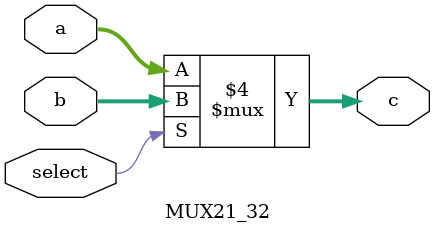
<source format=v>
`timescale 1ns / 1ps
module MUX21_32(input [31:0] a, input [31:0] b, input select, output reg [31:0] c);

	always@(*)
	begin
	if(!select)
	begin
	c = a;
	end
	else 
	begin
	c =b;
	end
	end
 
endmodule

</source>
